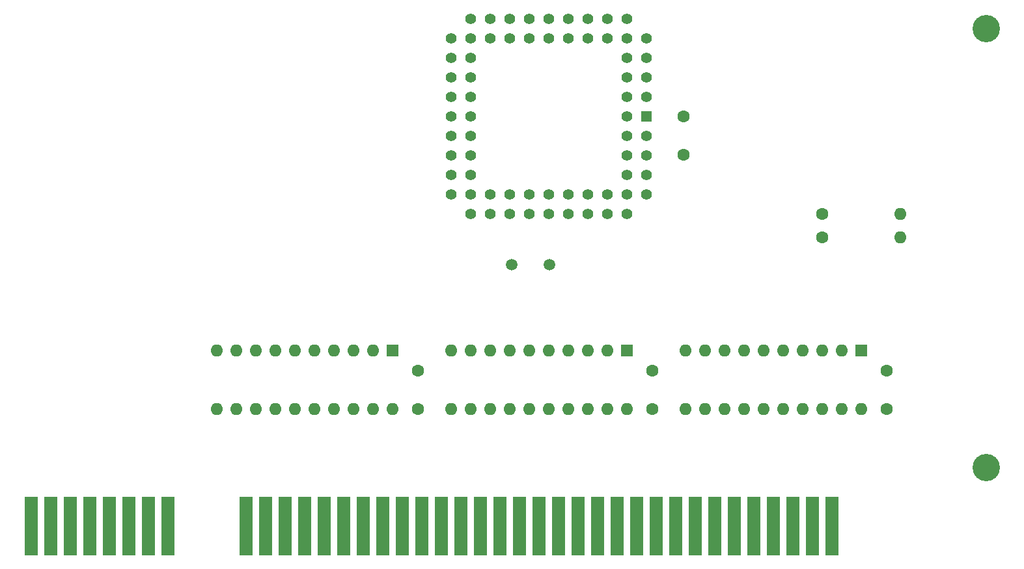
<source format=gbr>
G04 #@! TF.GenerationSoftware,KiCad,Pcbnew,(5.1.8)-1*
G04 #@! TF.CreationDate,2023-02-17T13:20:17-07:00*
G04 #@! TF.ProjectId,V40,5634302e-6b69-4636-9164-5f7063625858,rev?*
G04 #@! TF.SameCoordinates,Original*
G04 #@! TF.FileFunction,Soldermask,Top*
G04 #@! TF.FilePolarity,Negative*
%FSLAX46Y46*%
G04 Gerber Fmt 4.6, Leading zero omitted, Abs format (unit mm)*
G04 Created by KiCad (PCBNEW (5.1.8)-1) date 2023-02-17 13:20:17*
%MOMM*%
%LPD*%
G01*
G04 APERTURE LIST*
%ADD10O,1.600000X1.600000*%
%ADD11C,1.600000*%
%ADD12C,1.500000*%
%ADD13R,1.780000X7.620000*%
%ADD14R,1.600000X1.600000*%
%ADD15C,1.422400*%
%ADD16R,1.422400X1.422400*%
%ADD17C,3.556000*%
G04 APERTURE END LIST*
D10*
G04 #@! TO.C,R1*
X170426380Y-92176600D03*
D11*
X160266380Y-92176600D03*
G04 #@! TD*
D12*
G04 #@! TO.C,Y1*
X124780380Y-95732600D03*
X119880380Y-95732600D03*
G04 #@! TD*
D10*
G04 #@! TO.C,R2*
X170426380Y-89128600D03*
D11*
X160266380Y-89128600D03*
G04 #@! TD*
D13*
G04 #@! TO.C,J1*
X57396380Y-129768600D03*
X59936380Y-129768600D03*
X62476380Y-129768600D03*
X65016380Y-129768600D03*
X67556380Y-129768600D03*
X70096380Y-129768600D03*
X72636380Y-129768600D03*
X75176380Y-129768600D03*
G04 #@! TD*
D10*
G04 #@! TO.C,U4*
X165346380Y-114528600D03*
X142486380Y-106908600D03*
X162806380Y-114528600D03*
X145026380Y-106908600D03*
X160266380Y-114528600D03*
X147566380Y-106908600D03*
X157726380Y-114528600D03*
X150106380Y-106908600D03*
X155186380Y-114528600D03*
X152646380Y-106908600D03*
X152646380Y-114528600D03*
X155186380Y-106908600D03*
X150106380Y-114528600D03*
X157726380Y-106908600D03*
X147566380Y-114528600D03*
X160266380Y-106908600D03*
X145026380Y-114528600D03*
X162806380Y-106908600D03*
X142486380Y-114528600D03*
D14*
X165346380Y-106908600D03*
G04 #@! TD*
D10*
G04 #@! TO.C,U3*
X134866380Y-114528600D03*
X112006380Y-106908600D03*
X132326380Y-114528600D03*
X114546380Y-106908600D03*
X129786380Y-114528600D03*
X117086380Y-106908600D03*
X127246380Y-114528600D03*
X119626380Y-106908600D03*
X124706380Y-114528600D03*
X122166380Y-106908600D03*
X122166380Y-114528600D03*
X124706380Y-106908600D03*
X119626380Y-114528600D03*
X127246380Y-106908600D03*
X117086380Y-114528600D03*
X129786380Y-106908600D03*
X114546380Y-114528600D03*
X132326380Y-106908600D03*
X112006380Y-114528600D03*
D14*
X134866380Y-106908600D03*
G04 #@! TD*
D10*
G04 #@! TO.C,U2*
X104386380Y-114528600D03*
X81526380Y-106908600D03*
X101846380Y-114528600D03*
X84066380Y-106908600D03*
X99306380Y-114528600D03*
X86606380Y-106908600D03*
X96766380Y-114528600D03*
X89146380Y-106908600D03*
X94226380Y-114528600D03*
X91686380Y-106908600D03*
X91686380Y-114528600D03*
X94226380Y-106908600D03*
X89146380Y-114528600D03*
X96766380Y-106908600D03*
X86606380Y-114528600D03*
X99306380Y-106908600D03*
X84066380Y-114528600D03*
X101846380Y-106908600D03*
X81526380Y-114528600D03*
D14*
X104386380Y-106908600D03*
G04 #@! TD*
D15*
G04 #@! TO.C,U1*
X134866380Y-89128600D03*
X132326380Y-89128600D03*
X129786380Y-89128600D03*
X127246380Y-89128600D03*
X124706380Y-89128600D03*
X122166380Y-89128600D03*
X119626380Y-89128600D03*
X117086380Y-89128600D03*
X137406380Y-86588600D03*
X132326380Y-86588600D03*
X129786380Y-86588600D03*
X127246380Y-86588600D03*
X124706380Y-86588600D03*
X122166380Y-86588600D03*
X119626380Y-86588600D03*
X117086380Y-86588600D03*
X114546380Y-86588600D03*
X112006380Y-86588600D03*
X112006380Y-84048600D03*
X112006380Y-81508600D03*
X112006380Y-78968600D03*
X112006380Y-76428600D03*
X112006380Y-73888600D03*
X112006380Y-71348600D03*
X112006380Y-68808600D03*
X112006380Y-66268600D03*
X114546380Y-89128600D03*
X114546380Y-84048600D03*
X114546380Y-81508600D03*
X114546380Y-78968600D03*
X114546380Y-76428600D03*
X114546380Y-73888600D03*
X114546380Y-71348600D03*
X114546380Y-68808600D03*
X114546380Y-66268600D03*
X114546380Y-63728600D03*
X117086380Y-63728600D03*
X119626380Y-63728600D03*
X122166380Y-63728600D03*
X124706380Y-63728600D03*
X127246380Y-63728600D03*
X129786380Y-63728600D03*
X132326380Y-63728600D03*
X134866380Y-63728600D03*
X117086380Y-66268600D03*
X119626380Y-66268600D03*
X122166380Y-66268600D03*
X124706380Y-66268600D03*
X127246380Y-66268600D03*
X129786380Y-66268600D03*
X132326380Y-66268600D03*
X134866380Y-66268600D03*
X137406380Y-84048600D03*
X137406380Y-81508600D03*
X137406380Y-78968600D03*
X137406380Y-66268600D03*
X137406380Y-68808600D03*
X137406380Y-71348600D03*
X137406380Y-73888600D03*
D16*
X137406380Y-76428600D03*
D15*
X134866380Y-86588600D03*
X134866380Y-84048600D03*
X134866380Y-81508600D03*
X134866380Y-78968600D03*
X134866380Y-68808600D03*
X134866380Y-71348600D03*
X134866380Y-73888600D03*
X134866380Y-76428600D03*
G04 #@! TD*
D11*
G04 #@! TO.C,C4*
X168648380Y-114528600D03*
X168648380Y-109528600D03*
G04 #@! TD*
G04 #@! TO.C,C3*
X138168380Y-114528600D03*
X138168380Y-109528600D03*
G04 #@! TD*
G04 #@! TO.C,C2*
X107688380Y-114528600D03*
X107688380Y-109528600D03*
G04 #@! TD*
G04 #@! TO.C,C1*
X142232380Y-76428600D03*
X142232380Y-81428600D03*
G04 #@! TD*
D13*
G04 #@! TO.C,J9*
X85336380Y-129768600D03*
X87876380Y-129768600D03*
X90416380Y-129768600D03*
X92956380Y-129768600D03*
X95496380Y-129768600D03*
X98036380Y-129768600D03*
X100576380Y-129768600D03*
X103116380Y-129768600D03*
X105656380Y-129768600D03*
X108196380Y-129768600D03*
X110736380Y-129768600D03*
X113276380Y-129768600D03*
X115816380Y-129768600D03*
X118356380Y-129768600D03*
X120896380Y-129768600D03*
X123436380Y-129768600D03*
X125976380Y-129768600D03*
X128516380Y-129768600D03*
X131056380Y-129768600D03*
X133596380Y-129768600D03*
X136136380Y-129768600D03*
X138676380Y-129768600D03*
X141216380Y-129768600D03*
X143756380Y-129768600D03*
X146296380Y-129768600D03*
X148836380Y-129768600D03*
X151376380Y-129768600D03*
X153916380Y-129768600D03*
X156456380Y-129768600D03*
X158996380Y-129768600D03*
X161536380Y-129768600D03*
G04 #@! TD*
D17*
G04 #@! TO.C,R*
X181602380Y-122148600D03*
G04 #@! TD*
G04 #@! TO.C,R*
X181602380Y-64998600D03*
G04 #@! TD*
M02*

</source>
